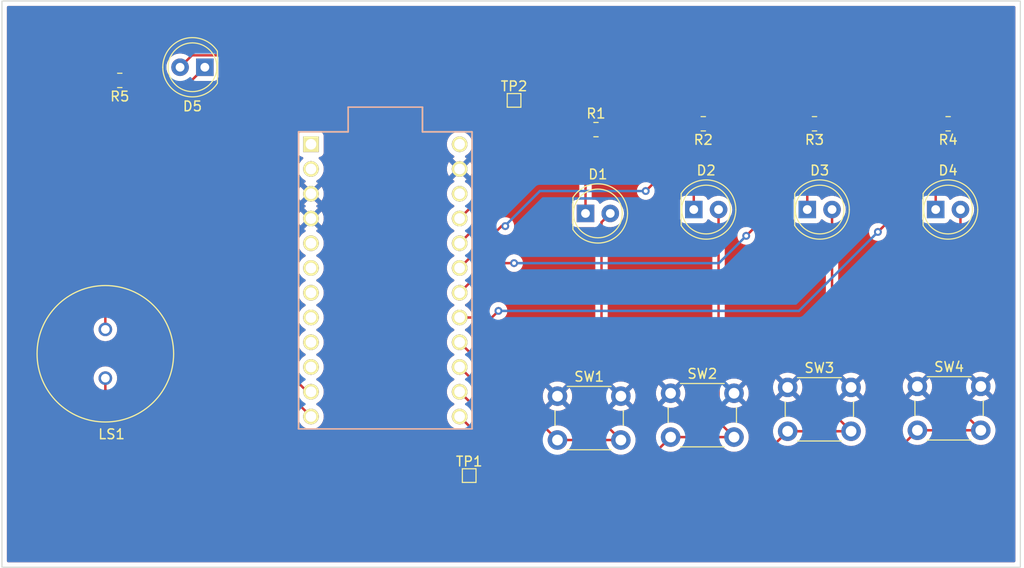
<source format=kicad_pcb>
(kicad_pcb (version 20211014) (generator pcbnew)
  (layers (0 "F.Cu" signal) (31 "B.Cu" signal) (34 "B.Paste" user) (35 "F.Paste" user) (36 "B.SilkS" user "B.Silkscreen") (37 "F.SilkS" user "F.Silkscreen") (38 "B.Mask" user) (39 "F.Mask" user) (44 "Edge.Cuts" user))
  (net 0 "")
  (net 1 "Net-(D1-Pad1)")
  (net 2 "/SW1")
  (net 3 "Net-(D2-Pad1)")
  (net 4 "/SW2")
  (net 5 "Net-(D3-Pad1)")
  (net 6 "/SW3")
  (net 7 "Net-(D4-Pad1)")
  (net 8 "/SW4")
  (net 9 "Net-(LS1-Pad1)")
  (net 10 "Net-(LS1-Pad2)")
  (net 11 "/R")
  (net 12 "/G")
  (net 13 "/B")
  (net 14 "/Y")
  (net 15 "GND")
  (net 16 "VCC")
  (net 27 "Net-(D5-Pad1)")
  (footprint "Button_Switch_THT:SW_PUSH_6mm" (layer "F.Cu") (at 131.75 90.35)
    (fp_text reference "SW3" (at 3.25 -2) (layer "F.SilkS"))
    (fp_text value "SW_PUSH")
    (fp_line (start 6.75 3) (end 6.75 1.5) (layer "F.SilkS") (width 0.12))
    (fp_line (start 5.5 -1) (end 1 -1) (layer "F.SilkS") (width 0.12))
    (fp_line (start -0.25 1.5) (end -0.25 3) (layer "F.SilkS") (width 0.12))
    (fp_line (start 1 5.5) (end 5.5 5.5) (layer "F.SilkS") (width 0.12))
    (pad "1" thru_hole circle (at 0 0 90) (size 2 2) (drill 1.1) (layers *.Cu *.Mask) (net 15 "GND"))
    (pad "1" thru_hole circle (at 6.5 0 90) (size 2 2) (drill 1.1) (layers *.Cu *.Mask) (net 15 "GND"))
    (pad "2" thru_hole circle (at 6.5 4.5 90) (size 2 2) (drill 1.1) (layers *.Cu *.Mask) (net 6 "/SW3"))
    (pad "2" thru_hole circle (at 0 4.5 90) (size 2 2) (drill 1.1) (layers *.Cu *.Mask) (net 6 "/SW3"))
  )
  (footprint "Resistor_SMD:R_0805_2012Metric_Pad1.20x1.40mm_HandSolder" (layer "F.Cu") (at 63.28 58.85 180)
    (fp_text reference "R5" (at 0 -1.65 180) (layer "F.SilkS"))
    (fp_text value "160")
    (fp_line (start -0.227064 0.735) (end 0.227064 0.735) (layer "F.SilkS") (width 0.12))
    (fp_line (start -0.227064 -0.735) (end 0.227064 -0.735) (layer "F.SilkS") (width 0.12))
    (pad "1" smd roundrect (at -1 0 180) (size 1.2 1.4) (layers "F.Cu" "F.Paste" "F.Mask") (roundrect_rratio 0.2083333333) (net 27 "Net-(D5-Pad1)"))
    (pad "2" smd roundrect (at 1 0 180) (size 1.2 1.4) (layers "F.Cu" "F.Paste" "F.Mask") (roundrect_rratio 0.2083333333) (net 15 "GND"))
  )
  (footprint "TestPoint:TestPoint_Pad_1.0x1.0mm" (layer "F.Cu") (at 103.7 60.9)
    (fp_text reference "TP2" (at 0 -1.448) (layer "F.SilkS"))
    (fp_text value "TestPoint")
    (fp_line (start 0.7 -0.7) (end 0.7 0.7) (layer "F.SilkS") (width 0.12))
    (fp_line (start -0.7 0.7) (end -0.7 -0.7) (layer "F.SilkS") (width 0.12))
    (fp_line (start 0.7 0.7) (end -0.7 0.7) (layer "F.SilkS") (width 0.12))
    (fp_line (start -0.7 -0.7) (end 0.7 -0.7) (layer "F.SilkS") (width 0.12))
    (pad "1" smd rect (at 0 0) (size 1 1) (layers "F.Cu" "F.Mask") (net 16 "VCC"))
  )
  (footprint "Resistor_SMD:R_0805_2012Metric_Pad1.20x1.40mm_HandSolder" (layer "F.Cu") (at 112.1 63.9)
    (fp_text reference "R1" (at 0 -1.65) (layer "F.SilkS"))
    (fp_text value "220")
    (fp_line (start -0.227064 -0.735) (end 0.227064 -0.735) (layer "F.SilkS") (width 0.12))
    (fp_line (start -0.227064 0.735) (end 0.227064 0.735) (layer "F.SilkS") (width 0.12))
    (pad "1" smd roundrect (at -1 0) (size 1.2 1.4) (layers "F.Cu" "F.Paste" "F.Mask") (roundrect_rratio 0.2083333333) (net 11 "/R"))
    (pad "2" smd roundrect (at 1 0) (size 1.2 1.4) (layers "F.Cu" "F.Paste" "F.Mask") (roundrect_rratio 0.2083333333) (net 1 "Net-(D1-Pad1)"))
  )
  (footprint "LED_THT:LED_D5.0mm_FlatTop" (layer "F.Cu") (at 122.125 72.1)
    (fp_text reference "D2" (at 1.27 -4.01) (layer "F.SilkS"))
    (fp_text value "LED")
    (fp_line (start -1.29 -1.64) (end -1.29 1.64) (layer "F.SilkS") (width 0.12))
    (fp_arc (start -1.29 -1.639512) (mid 2.125106 -2.917258) (end 4.309999 0.001958) (layer "F.SilkS") (width 0.12))
    (fp_arc (start 4.309999 -0.001958) (mid 2.125106 2.917258) (end -1.29 1.639512) (layer "F.SilkS") (width 0.12))
    (fp_circle (center 1.27 0) (end 3.77 0) (layer "F.SilkS") (width 0.12) (fill none))
    (pad "1" thru_hole rect (at 0 0) (size 1.8 1.8) (drill 0.9) (layers *.Cu *.Mask) (net 3 "Net-(D2-Pad1)"))
    (pad "2" thru_hole circle (at 2.54 0) (size 1.8 1.8) (drill 0.9) (layers *.Cu *.Mask) (net 4 "/SW2"))
  )
  (footprint "LED_THT:LED_D5.0mm_FlatTop" (layer "F.Cu") (at 133.76 72.1)
    (fp_text reference "D3" (at 1.27 -4.01) (layer "F.SilkS"))
    (fp_text value "LED")
    (fp_line (start -1.29 -1.64) (end -1.29 1.64) (layer "F.SilkS") (width 0.12))
    (fp_arc (start 4.309999 -0.001958) (mid 2.125106 2.917258) (end -1.29 1.639512) (layer "F.SilkS") (width 0.12))
    (fp_arc (start -1.29 -1.639512) (mid 2.125106 -2.917258) (end 4.309999 0.001958) (layer "F.SilkS") (width 0.12))
    (fp_circle (center 1.27 0) (end 3.77 0) (layer "F.SilkS") (width 0.12) (fill none))
    (pad "1" thru_hole rect (at 0 0) (size 1.8 1.8) (drill 0.9) (layers *.Cu *.Mask) (net 5 "Net-(D3-Pad1)"))
    (pad "2" thru_hole circle (at 2.54 0) (size 1.8 1.8) (drill 0.9) (layers *.Cu *.Mask) (net 6 "/SW3"))
  )
  (footprint "keyboard_parts:ProMicro" (layer "F.Cu") (at 90.5 79.37 -90)
    (fp_text reference "U1" hide)
    (fp_text value "ProMicro")
    (fp_line (start 15.24 8.89) (end -15.24 8.89) (layer "B.SilkS") (width 0.15))
    (fp_line (start -17.78 -3.81) (end -15.24 -3.81) (layer "B.SilkS") (width 0.15))
    (fp_line (start -17.78 3.81) (end -17.78 -3.81) (layer "B.SilkS") (width 0.15))
    (fp_line (start -15.24 -3.81) (end -15.24 -8.89) (layer "B.SilkS") (width 0.15))
    (fp_line (start -15.24 3.81) (end -17.78 3.81) (layer "B.SilkS") (width 0.15))
    (fp_line (start 15.24 -8.89) (end 15.24 8.89) (layer "B.SilkS") (width 0.15))
    (fp_line (start -15.24 -8.89) (end 15.24 -8.89) (layer "B.SilkS") (width 0.15))
    (fp_line (start -15.24 8.89) (end -15.24 3.81) (layer "B.SilkS") (width 0.15))
    (fp_line (start -17.78 3.81) (end -17.78 -3.81) (layer "F.SilkS") (width 0.15))
    (fp_line (start -15.24 -3.81) (end -15.24 -8.89) (layer "F.SilkS") (width 0.15))
    (fp_line (start -15.24 3.81) (end -17.78 3.81) (layer "F.SilkS") (width 0.15))
    (fp_line (start -15.24 8.89) (end 15.24 8.89) (layer "F.SilkS") (width 0.15))
    (fp_line (start 15.24 -8.89) (end 15.24 8.89) (layer "F.SilkS") (width 0.15))
    (fp_line (start -17.78 -3.81) (end -15.24 -3.81) (layer "F.SilkS") (width 0.15))
    (fp_line (start -15.24 8.89) (end -15.24 3.81) (layer "F.SilkS") (width 0.15))
    (fp_line (start -15.24 -8.89) (end 15.24 -8.89) (layer "F.SilkS") (width 0.15))
    (pad "1" thru_hole rect (at -13.97 7.62 270) (size 1.6 1.6) (drill 1.1) (layers *.Cu *.Mask "F.SilkS"))
    (pad "2" thru_hole circle (at -11.43 7.62 270) (size 1.6 1.6) (drill 1.1) (layers *.Cu *.Mask "F.SilkS"))
    (pad "3" thru_hole circle (at -8.89 7.62 270) (size 1.6 1.6) (drill 1.1) (layers *.Cu *.Mask "F.SilkS") (net 15 "GND"))
    (pad "4" thru_hole circle (at -6.35 7.62 270) (size 1.6 1.6) (drill 1.1) (layers *.Cu *.Mask "F.SilkS") (net 15 "GND"))
    (pad "5" thru_hole circle (at -3.81 7.62 270) (size 1.6 1.6) (drill 1.1) (layers *.Cu *.Mask "F.SilkS"))
    (pad "6" thru_hole circle (at -1.27 7.62 270) (size 1.6 1.6) (drill 1.1) (layers *.Cu *.Mask "F.SilkS"))
    (pad "7" thru_hole circle (at 1.27 7.62 270) (size 1.6 1.6) (drill 1.1) (layers *.Cu *.Mask "F.SilkS"))
    (pad "8" thru_hole circle (at 3.81 7.62 270) (size 1.6 1.6) (drill 1.1) (layers *.Cu *.Mask "F.SilkS"))
    (pad "9" thru_hole circle (at 6.35 7.62 270) (size 1.6 1.6) (drill 1.1) (layers *.Cu *.Mask "F.SilkS"))
    (pad "10" thru_hole circle (at 8.89 7.62 270) (size 1.6 1.6) (drill 1.1) (layers *.Cu *.Mask "F.SilkS"))
    (pad "11" thru_hole circle (at 11.43 7.62 270) (size 1.6 1.6) (drill 1.1) (layers *.Cu *.Mask "F.SilkS") (net 10 "Net-(LS1-Pad2)"))
    (pad "12" thru_hole circle (at 13.97 7.62 270) (size 1.6 1.6) (drill 1.1) (layers *.Cu *.Mask "F.SilkS") (net 9 "Net-(LS1-Pad1)"))
    (pad "13" thru_hole circle (at 13.97 -7.62 270) (size 1.6 1.6) (drill 1.1) (layers *.Cu *.Mask "F.SilkS") (net 8 "/SW4"))
    (pad "14" thru_hole circle (at 11.43 -7.62 270) (size 1.6 1.6) (drill 1.1) (layers *.Cu *.Mask "F.SilkS") (net 6 "/SW3"))
    (pad "15" thru_hole circle (at 8.89 -7.62 270) (size 1.6 1.6) (drill 1.1) (layers *.Cu *.Mask "F.SilkS") (net 4 "/SW2"))
    (pad "16" thru_hole circle (at 6.35 -7.62 270) (size 1.6 1.6) (drill 1.1) (layers *.Cu *.Mask "F.SilkS") (net 2 "/SW1"))
    (pad "17" thru_hole circle (at 3.81 -7.62 270) (size 1.6 1.6) (drill 1.1) (layers *.Cu *.Mask "F.SilkS") (net 14 "/Y"))
    (pad "18" thru_hole circle (at 1.27 -7.62 270) (size 1.6 1.6) (drill 1.1) (layers *.Cu *.Mask "F.SilkS") (net 13 "/B"))
    (pad "19" thru_hole circle (at -1.27 -7.62 270) (size 1.6 1.6) (drill 1.1) (layers *.Cu *.Mask "F.SilkS") (net 12 "/G"))
    (pad "20" thru_hole circle (at -3.81 -7.62 270) (size 1.6 1.6) (drill 1.1) (layers *.Cu *.Mask "F.SilkS") (net 11 "/R"))
    (pad "21" thru_hole circle (at -6.35 -7.62 270) (size 1.6 1.6) (drill 1.1) (layers *.Cu *.Mask "F.SilkS") (net 16 "VCC"))
    (pad "22" thru_hole circle (at -8.89 -7.62 270) (size 1.6 1.6) (drill 1.1) (layers *.Cu *.Mask "F.SilkS"))
    (pad "23" thru_hole circle (at -11.43 -7.62 270) (size 1.6 1.6) (drill 1.1) (layers *.Cu *.Mask "F.SilkS") (net 15 "GND"))
    (pad "24" thru_hole circle (at -13.97 -7.62 270) (size 1.6 1.6) (drill 1.1) (layers *.Cu *.Mask "F.SilkS"))
  )
  (footprint "TestPoint:TestPoint_Pad_1.0x1.0mm" (layer "F.Cu") (at 99.1 99.4)
    (fp_text reference "TP1" (at 0 -1.448) (layer "F.SilkS"))
    (fp_text value "TestPoint")
    (fp_line (start -0.7 -0.7) (end 0.7 -0.7) (layer "F.SilkS") (width 0.12))
    (fp_line (start 0.7 -0.7) (end 0.7 0.7) (layer "F.SilkS") (width 0.12))
    (fp_line (start -0.7 0.7) (end -0.7 -0.7) (layer "F.SilkS") (width 0.12))
    (fp_line (start 0.7 0.7) (end -0.7 0.7) (layer "F.SilkS") (width 0.12))
    (pad "1" smd rect (at 0 0) (size 1 1) (layers "F.Cu" "F.Mask") (net 15 "GND"))
  )
  (footprint "LED_THT:LED_D5.0mm_FlatTop" (layer "F.Cu") (at 111.025 72.5)
    (fp_text reference "D1" (at 1.27 -4.01) (layer "F.SilkS"))
    (fp_text value "LED")
    (fp_line (start -1.29 -1.64) (end -1.29 1.64) (layer "F.SilkS") (width 0.12))
    (fp_arc (start -1.29 -1.639512) (mid 2.125106 -2.917258) (end 4.309999 0.001958) (layer "F.SilkS") (width 0.12))
    (fp_arc (start 4.309999 -0.001958) (mid 2.125106 2.917258) (end -1.29 1.639512) (layer "F.SilkS") (width 0.12))
    (fp_circle (center 1.27 0) (end 3.77 0) (layer "F.SilkS") (width 0.12) (fill none))
    (pad "1" thru_hole rect (at 0 0) (size 1.8 1.8) (drill 0.9) (layers *.Cu *.Mask) (net 1 "Net-(D1-Pad1)"))
    (pad "2" thru_hole circle (at 2.54 0) (size 1.8 1.8) (drill 0.9) (layers *.Cu *.Mask) (net 2 "/SW1"))
  )
  (footprint "Resistor_SMD:R_0805_2012Metric_Pad1.20x1.40mm_HandSolder" (layer "F.Cu") (at 148.2 63.3 180)
    (fp_text reference "R4" (at 0 -1.65 180) (layer "F.SilkS"))
    (fp_text value "220")
    (fp_line (start -0.227064 -0.735) (end 0.227064 -0.735) (layer "F.SilkS") (width 0.12))
    (fp_line (start -0.227064 0.735) (end 0.227064 0.735) (layer "F.SilkS") (width 0.12))
    (pad "1" smd roundrect (at -1 0 180) (size 1.2 1.4) (layers "F.Cu" "F.Paste" "F.Mask") (roundrect_rratio 0.2083333333) (net 7 "Net-(D4-Pad1)"))
    (pad "2" smd roundrect (at 1 0 180) (size 1.2 1.4) (layers "F.Cu" "F.Paste" "F.Mask") (roundrect_rratio 0.2083333333) (net 14 "/Y"))
  )
  (footprint "Resistor_SMD:R_0805_2012Metric_Pad1.20x1.40mm_HandSolder" (layer "F.Cu") (at 134.5 63.3 180)
    (fp_text reference "R3" (at 0 -1.65 180) (layer "F.SilkS"))
    (fp_text value "100")
    (fp_line (start -0.227064 -0.735) (end 0.227064 -0.735) (layer "F.SilkS") (width 0.12))
    (fp_line (start -0.227064 0.735) (end 0.227064 0.735) (layer "F.SilkS") (width 0.12))
    (pad "1" smd roundrect (at -1 0 180) (size 1.2 1.4) (layers "F.Cu" "F.Paste" "F.Mask") (roundrect_rratio 0.2083333333) (net 5 "Net-(D3-Pad1)"))
    (pad "2" smd roundrect (at 1 0 180) (size 1.2 1.4) (layers "F.Cu" "F.Paste" "F.Mask") (roundrect_rratio 0.2083333333) (net 13 "/B"))
  )
  (footprint "LED_THT:LED_D5.0mm_FlatTop" (layer "F.Cu") (at 72 57.5 180)
    (fp_text reference "D5" (at 1.27 -4.01) (layer "F.SilkS"))
    (fp_text value "LED")
    (fp_line (start -1.29 -1.64) (end -1.29 1.64) (layer "F.SilkS") (width 0.12))
    (fp_arc (start -1.29 -1.639512) (mid 2.125106 -2.917258) (end 4.309999 0.001958) (layer "F.SilkS") (width 0.12))
    (fp_arc (start 4.309999 -0.001958) (mid 2.125106 2.917258) (end -1.29 1.639512) (layer "F.SilkS") (width 0.12))
    (fp_circle (center 1.27 0) (end 3.77 0) (layer "F.SilkS") (width 0.12) (fill none))
    (pad "1" thru_hole rect (at 0 0 180) (size 1.8 1.8) (drill 0.9) (layers *.Cu *.Mask) (net 27 "Net-(D5-Pad1)"))
    (pad "2" thru_hole circle (at 2.54 0 180) (size 1.8 1.8) (drill 0.9) (layers *.Cu *.Mask) (net 16 "VCC"))
  )
  (footprint "Resistor_SMD:R_0805_2012Metric_Pad1.20x1.40mm_HandSolder" (layer "F.Cu") (at 123.1 63.3 180)
    (fp_text reference "R2" (at 0 -1.65 180) (layer "F.SilkS"))
    (fp_text value "100")
    (fp_line (start -0.227064 -0.735) (end 0.227064 -0.735) (layer "F.SilkS") (width 0.12))
    (fp_line (start -0.227064 0.735) (end 0.227064 0.735) (layer "F.SilkS") (width 0.12))
    (pad "1" smd roundrect (at -1 0 180) (size 1.2 1.4) (layers "F.Cu" "F.Paste" "F.Mask") (roundrect_rratio 0.2083333333) (net 3 "Net-(D2-Pad1)"))
    (pad "2" smd roundrect (at 1 0 180) (size 1.2 1.4) (layers "F.Cu" "F.Paste" "F.Mask") (roundrect_rratio 0.2083333333) (net 12 "/G"))
  )
  (footprint "Button_Switch_THT:SW_PUSH_6mm" (layer "F.Cu") (at 119.75 90.95)
    (fp_text reference "SW2" (at 3.25 -2) (layer "F.SilkS"))
    (fp_text value "SW_PUSH")
    (fp_line (start 6.75 3) (end 6.75 1.5) (layer "F.SilkS") (width 0.12))
    (fp_line (start -0.25 1.5) (end -0.25 3) (layer "F.SilkS") (width 0.12))
    (fp_line (start 5.5 -1) (end 1 -1) (layer "F.SilkS") (width 0.12))
    (fp_line (start 1 5.5) (end 5.5 5.5) (layer "F.SilkS") (width 0.12))
    (pad "1" thru_hole circle (at 6.5 0 90) (size 2 2) (drill 1.1) (layers *.Cu *.Mask) (net 15 "GND"))
    (pad "1" thru_hole circle (at 0 0 90) (size 2 2) (drill 1.1) (layers *.Cu *.Mask) (net 15 "GND"))
    (pad "2" thru_hole circle (at 6.5 4.5 90) (size 2 2) (drill 1.1) (layers *.Cu *.Mask) (net 4 "/SW2"))
    (pad "2" thru_hole circle (at 0 4.5 90) (size 2 2) (drill 1.1) (layers *.Cu *.Mask) (net 4 "/SW2"))
  )
  (footprint "keyboard_parts:BUZZER_PS1440P02BT" (layer "F.Cu") (at 61.8 86.9 180)
    (fp_text reference "LS1" (at -0.635 -8.255) (layer "F.SilkS"))
    (fp_text value "Speaker")
    (fp_circle (center 0 0) (end 7 0) (layer "F.SilkS") (width 0.127) (fill none))
    (pad "1" thru_hole circle (at 0 -2.5 180) (size 1.398 1.398) (drill 0.89) (layers *.Cu *.Mask) (net 9 "Net-(LS1-Pad1)"))
    (pad "2" thru_hole circle (at 0 2.5 180) (size 1.398 1.398) (drill 0.89) (layers *.Cu *.Mask) (net 10 "Net-(LS1-Pad2)"))
  )
  (footprint "LED_THT:LED_D5.0mm_FlatTop" (layer "F.Cu") (at 146.925 72.1)
    (fp_text reference "D4" (at 1.27 -4.01) (layer "F.SilkS"))
    (fp_text value "LED")
    (fp_line (start -1.29 -1.64) (end -1.29 1.64) (layer "F.SilkS") (width 0.12))
    (fp_arc (start 4.309999 -0.001958) (mid 2.125106 2.917258) (end -1.29 1.639512) (layer "F.SilkS") (width 0.12))
    (fp_arc (start -1.29 -1.639512) (mid 2.125106 -2.917258) (end 4.309999 0.001958) (layer "F.SilkS") (width 0.12))
    (fp_circle (center 1.27 0) (end 3.77 0) (layer "F.SilkS") (width 0.12) (fill none))
    (pad "1" thru_hole rect (at 0 0) (size 1.8 1.8) (drill 0.9) (layers *.Cu *.Mask) (net 7 "Net-(D4-Pad1)"))
    (pad "2" thru_hole circle (at 2.54 0) (size 1.8 1.8) (drill 0.9) (layers *.Cu *.Mask) (net 8 "/SW4"))
  )
  (footprint "Button_Switch_THT:SW_PUSH_6mm" (layer "F.Cu") (at 108.15 91.25)
    (fp_text reference "SW1" (at 3.25 -2) (layer "F.SilkS"))
    (fp_text value "SW_PUSH")
    (fp_line (start 1 5.5) (end 5.5 5.5) (layer "F.SilkS") (width 0.12))
    (fp_line (start 5.5 -1) (end 1 -1) (layer "F.SilkS") (width 0.12))
    (fp_line (start -0.25 1.5) (end -0.25 3) (layer "F.SilkS") (width 0.12))
    (fp_line (start 6.75 3) (end 6.75 1.5) (layer "F.SilkS") (width 0.12))
    (pad "1" thru_hole circle (at 0 0 90) (size 2 2) (drill 1.1) (layers *.Cu *.Mask) (net 15 "GND"))
    (pad "1" thru_hole circle (at 6.5 0 90) (size 2 2) (drill 1.1) (layers *.Cu *.Mask) (net 15 "GND"))
    (pad "2" thru_hole circle (at 0 4.5 90) (size 2 2) (drill 1.1) (layers *.Cu *.Mask) (net 2 "/SW1"))
    (pad "2" thru_hole circle (at 6.5 4.5 90) (size 2 2) (drill 1.1) (layers *.Cu *.Mask) (net 2 "/SW1"))
  )
  (footprint "Button_Switch_THT:SW_PUSH_6mm" (layer "F.Cu") (at 145.05 90.25)
    (fp_text reference "SW4" (at 3.25 -2) (layer "F.SilkS"))
    (fp_text value "SW_PUSH")
    (fp_line (start 5.5 -1) (end 1 -1) (layer "F.SilkS") (width 0.12))
    (fp_line (start 1 5.5) (end 5.5 5.5) (layer "F.SilkS") (width 0.12))
    (fp_line (start -0.25 1.5) (end -0.25 3) (layer "F.SilkS") (width 0.12))
    (fp_line (start 6.75 3) (end 6.75 1.5) (layer "F.SilkS") (width 0.12))
    (pad "1" thru_hole circle (at 0 0 90) (size 2 2) (drill 1.1) (layers *.Cu *.Mask) (net 15 "GND"))
    (pad "1" thru_hole circle (at 6.5 0 90) (size 2 2) (drill 1.1) (layers *.Cu *.Mask) (net 15 "GND"))
    (pad "2" thru_hole circle (at 0 4.5 90) (size 2 2) (drill 1.1) (layers *.Cu *.Mask) (net 8 "/SW4"))
    (pad "2" thru_hole circle (at 6.5 4.5 90) (size 2 2) (drill 1.1) (layers *.Cu *.Mask) (net 8 "/SW4"))
  )
  (gr_rect (start 51.2 50.7) (end 155.6 108.8) (layer "Edge.Cuts") (width 0.1) (fill none))
  (segment (start 111.025 72.5) (end 111.025 67.2) (width 0.25) (layer "F.Cu") (net 1))
  (segment (start 111.025 67.2) (end 113.1 65.125) (width 0.25) (layer "F.Cu") (net 1))
  (segment (start 113.1 65.125) (end 113.1 63.9) (width 0.25) (layer "F.Cu") (net 1))
  (segment (start 112.665 73.4) (end 112.665 93.765) (width 0.25) (layer "F.Cu") (net 2))
  (segment (start 113.565 72.5) (end 112.665 73.4) (width 0.25) (layer "F.Cu") (net 2))
  (segment (start 114.65 95.75) (end 108.15 95.75) (width 0.25) (layer "F.Cu") (net 2))
  (segment (start 108.15 95.75) (end 98.12 85.72) (width 0.25) (layer "F.Cu") (net 2))
  (segment (start 112.665 93.765) (end 114.65 95.75) (width 0.25) (layer "F.Cu") (net 2))
  (segment (start 122.125 66.5) (end 125.325 63.3) (width 0.25) (layer "F.Cu") (net 3))
  (segment (start 122.125 72.1) (end 122.125 66.5) (width 0.25) (layer "F.Cu") (net 3))
  (segment (start 125.325 63.3) (end 124.1 63.3) (width 0.25) (layer "F.Cu") (net 3))
  (segment (start 108.06 98.2) (end 117 98.2) (width 0.25) (layer "F.Cu") (net 4))
  (segment (start 117 98.2) (end 119.75 95.45) (width 0.25) (layer "F.Cu") (net 4))
  (segment (start 126.25 95.45) (end 119.75 95.45) (width 0.25) (layer "F.Cu") (net 4))
  (segment (start 98.12 88.26) (end 108.06 98.2) (width 0.25) (layer "F.Cu") (net 4))
  (segment (start 124.665 93.865) (end 126.25 95.45) (width 0.25) (layer "F.Cu") (net 4))
  (segment (start 124.665 72.1) (end 124.665 93.865) (width 0.25) (layer "F.Cu") (net 4))
  (segment (start 136.6625 63.3625) (end 135.5625 63.3625) (width 0.25) (layer "F.Cu") (net 5))
  (segment (start 135.5625 63.3625) (end 135.5 63.3) (width 0.25) (layer "F.Cu") (net 5))
  (segment (start 133.76 66.265) (end 136.6625 63.3625) (width 0.25) (layer "F.Cu") (net 5))
  (segment (start 133.76 72.1) (end 133.76 66.265) (width 0.25) (layer "F.Cu") (net 5))
  (segment (start 136.6625 63.3625) (end 136.725 63.3) (width 0.25) (layer "F.Cu") (net 5))
  (segment (start 98.12 90.8) (end 106.92 99.6) (width 0.25) (layer "F.Cu") (net 6))
  (segment (start 136.3 72.1) (end 136.3 92.9) (width 0.25) (layer "F.Cu") (net 6))
  (segment (start 136.3 92.9) (end 138.25 94.85) (width 0.25) (layer "F.Cu") (net 6))
  (segment (start 127 99.6) (end 131.75 94.85) (width 0.25) (layer "F.Cu") (net 6))
  (segment (start 106.92 99.6) (end 127 99.6) (width 0.25) (layer "F.Cu") (net 6))
  (segment (start 138.25 94.85) (end 131.75 94.85) (width 0.25) (layer "F.Cu") (net 6))
  (segment (start 146.925 72.1) (end 146.925 66.8) (width 0.25) (layer "F.Cu") (net 7))
  (segment (start 150.425 63.3) (end 149.2 63.3) (width 0.25) (layer "F.Cu") (net 7))
  (segment (start 146.925 66.8) (end 150.425 63.3) (width 0.25) (layer "F.Cu") (net 7))
  (segment (start 151.55 94.75) (end 145.05 94.75) (width 0.25) (layer "F.Cu") (net 8))
  (segment (start 149.465 72.1) (end 149.465 92.665) (width 0.25) (layer "F.Cu") (net 8))
  (segment (start 98.12 93.34) (end 105.58 100.8) (width 0.25) (layer "F.Cu") (net 8))
  (segment (start 139 100.8) (end 145.05 94.75) (width 0.25) (layer "F.Cu") (net 8))
  (segment (start 105.58 100.8) (end 139 100.8) (width 0.25) (layer "F.Cu") (net 8))
  (segment (start 149.465 92.665) (end 151.55 94.75) (width 0.25) (layer "F.Cu") (net 8))
  (segment (start 61.9 90.7) (end 80.24 90.7) (width 0.25) (layer "F.Cu") (net 9))
  (segment (start 61.9 90.7) (end 61.8 90.6) (width 0.25) (layer "F.Cu") (net 9))
  (segment (start 80.24 90.7) (end 82.88 93.34) (width 0.25) (layer "F.Cu") (net 9))
  (segment (start 61.8 90.6) (end 61.8 89.4) (width 0.25) (layer "F.Cu") (net 9))
  (segment (start 62 80.7) (end 61.8 80.9) (width 0.25) (layer "F.Cu") (net 10))
  (segment (start 72.4 80.7) (end 82.5 90.8) (width 0.25) (layer "F.Cu") (net 10))
  (segment (start 61.8 80.9) (end 61.8 84.4) (width 0.25) (layer "F.Cu") (net 10))
  (segment (start 82.5 90.8) (end 82.88 90.8) (width 0.25) (layer "F.Cu") (net 10))
  (segment (start 62 80.7) (end 72.4 80.7) (width 0.25) (layer "F.Cu") (net 10))
  (segment (start 98.12 75.56) (end 109.78 63.9) (width 0.25) (layer "F.Cu") (net 11))
  (segment (start 109.78 63.9) (end 111.1 63.9) (width 0.25) (layer "F.Cu") (net 11))
  (segment (start 102.8 73.8) (end 102.42 73.8) (width 0.25) (layer "F.Cu") (net 12))
  (segment (start 120.875 63.3) (end 122.1 63.3) (width 0.25) (layer "F.Cu") (net 12))
  (segment (start 120.875 63.3) (end 120.875 66.525) (width 0.25) (layer "F.Cu") (net 12))
  (segment (start 120.875 66.525) (end 117.2 70.2) (width 0.25) (layer "F.Cu") (net 12))
  (segment (start 102.42 73.8) (end 98.12 78.1) (width 0.25) (layer "F.Cu") (net 12))
  (via (at 102.8 73.8) (size 0.8) (drill 0.4) (layers "F.Cu" "B.Cu") (net 12))
  (via (at 117.2 70.2) (size 0.8) (drill 0.4) (layers "F.Cu" "B.Cu") (net 12))
  (segment (start 117.2 70.2) (end 106.349022 70.2) (width 0.25) (layer "B.Cu") (net 12))
  (segment (start 102.8 73.749022) (end 102.8 73.8) (width 0.25) (layer "B.Cu") (net 12))
  (segment (start 106.349022 70.2) (end 102.8 73.749022) (width 0.25) (layer "B.Cu") (net 12))
  (segment (start 132.275 63.3) (end 132.275 70.025) (width 0.25) (layer "F.Cu") (net 13))
  (segment (start 103.7 77.6) (end 101.16 77.6) (width 0.25) (layer "F.Cu") (net 13))
  (segment (start 101.16 77.6) (end 98.12 80.64) (width 0.25) (layer "F.Cu") (net 13))
  (segment (start 132.275 63.3) (end 133.5 63.3) (width 0.25) (layer "F.Cu") (net 13))
  (segment (start 132.275 70.025) (end 127.5 74.8) (width 0.25) (layer "F.Cu") (net 13))
  (via (at 103.7 77.6) (size 0.8) (drill 0.4) (layers "F.Cu" "B.Cu") (net 13))
  (via (at 127.5 74.8) (size 0.8) (drill 0.4) (layers "F.Cu" "B.Cu") (net 13))
  (segment (start 127.5 74.8) (end 124.7 77.6) (width 0.25) (layer "B.Cu") (net 13))
  (segment (start 124.7 77.6) (end 103.7 77.6) (width 0.25) (layer "B.Cu") (net 13))
  (segment (start 145.975 63.3) (end 145.975 69.425) (width 0.25) (layer "F.Cu") (net 14))
  (segment (start 101.42 83.18) (end 98.12 83.18) (width 0.25) (layer "F.Cu") (net 14))
  (segment (start 145.975 69.425) (end 141 74.4) (width 0.25) (layer "F.Cu") (net 14))
  (segment (start 102.1 82.5) (end 101.42 83.18) (width 0.25) (layer "F.Cu") (net 14))
  (segment (start 145.975 63.3) (end 147.2 63.3) (width 0.25) (layer "F.Cu") (net 14))
  (via (at 141 74.4) (size 0.8) (drill 0.4) (layers "F.Cu" "B.Cu") (net 14))
  (via (at 102.1 82.5) (size 0.8) (drill 0.4) (layers "F.Cu" "B.Cu") (net 14))
  (segment (start 132.9 82.5) (end 102.1 82.5) (width 0.25) (layer "B.Cu") (net 14))
  (segment (start 141 74.4) (end 132.9 82.5) (width 0.25) (layer "B.Cu") (net 14))
  (segment (start 103.7 60.9) (end 103.7 65.1) (width 0.25) (layer "F.Cu") (net 16))
  (segment (start 103.7 65.1) (end 103.7 67.44) (width 0.25) (layer "F.Cu") (net 16))
  (segment (start 70.684511 56.275489) (end 94.875489 56.275489) (width 0.25) (layer "F.Cu") (net 16))
  (segment (start 103.7 67.44) (end 98.12 73.02) (width 0.25) (layer "F.Cu") (net 16))
  (segment (start 94.875489 56.275489) (end 103.7 65.1) (width 0.25) (layer "F.Cu") (net 16))
  (segment (start 69.46 57.5) (end 70.684511 56.275489) (width 0.25) (layer "F.Cu") (net 16))
  (segment (start 65.4 59.3) (end 64.95 58.85) (width 0.25) (layer "F.Cu") (net 27))
  (segment (start 70.2 59.3) (end 72 57.5) (width 0.25) (layer "F.Cu") (net 27))
  (segment (start 65.4 59.3) (end 70.2 59.3) (width 0.25) (layer "F.Cu") (net 27))
  (segment (start 64.95 58.85) (end 64.28 58.85) (width 0.25) (layer "F.Cu") (net 27))
  (zone (net 15) (net_name "GND") (layers F&B.Cu) (connect_pads (clearance 0.508)) (min_thickness 0.254) (fill yes (thermal_gap 0.508) (thermal_bridge_width 0.508))
    (polygon (pts (xy 156 108.9) (xy 51 108.9) (xy 51 50.6) (xy 156 50.6)))
  )
)
</source>
